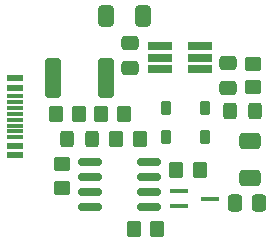
<source format=gbr>
%TF.GenerationSoftware,KiCad,Pcbnew,7.0.10*%
%TF.CreationDate,2024-02-14T20:27:44-05:00*%
%TF.ProjectId,USB-C-3-way-splitter,5553422d-432d-4332-9d77-61792d73706c,rev?*%
%TF.SameCoordinates,Original*%
%TF.FileFunction,Paste,Top*%
%TF.FilePolarity,Positive*%
%FSLAX46Y46*%
G04 Gerber Fmt 4.6, Leading zero omitted, Abs format (unit mm)*
G04 Created by KiCad (PCBNEW 7.0.10) date 2024-02-14 20:27:44*
%MOMM*%
%LPD*%
G01*
G04 APERTURE LIST*
G04 Aperture macros list*
%AMRoundRect*
0 Rectangle with rounded corners*
0 $1 Rounding radius*
0 $2 $3 $4 $5 $6 $7 $8 $9 X,Y pos of 4 corners*
0 Add a 4 corners polygon primitive as box body*
4,1,4,$2,$3,$4,$5,$6,$7,$8,$9,$2,$3,0*
0 Add four circle primitives for the rounded corners*
1,1,$1+$1,$2,$3*
1,1,$1+$1,$4,$5*
1,1,$1+$1,$6,$7*
1,1,$1+$1,$8,$9*
0 Add four rect primitives between the rounded corners*
20,1,$1+$1,$2,$3,$4,$5,0*
20,1,$1+$1,$4,$5,$6,$7,0*
20,1,$1+$1,$6,$7,$8,$9,0*
20,1,$1+$1,$8,$9,$2,$3,0*%
G04 Aperture macros list end*
%ADD10RoundRect,0.250000X-0.337500X-0.475000X0.337500X-0.475000X0.337500X0.475000X-0.337500X0.475000X0*%
%ADD11RoundRect,0.250000X-0.450000X0.350000X-0.450000X-0.350000X0.450000X-0.350000X0.450000X0.350000X0*%
%ADD12RoundRect,0.225000X0.225000X0.375000X-0.225000X0.375000X-0.225000X-0.375000X0.225000X-0.375000X0*%
%ADD13RoundRect,0.250000X-0.475000X0.337500X-0.475000X-0.337500X0.475000X-0.337500X0.475000X0.337500X0*%
%ADD14RoundRect,0.250000X-0.325000X-0.450000X0.325000X-0.450000X0.325000X0.450000X-0.325000X0.450000X0*%
%ADD15RoundRect,0.250000X-0.350000X-0.450000X0.350000X-0.450000X0.350000X0.450000X-0.350000X0.450000X0*%
%ADD16RoundRect,0.150000X-0.825000X-0.150000X0.825000X-0.150000X0.825000X0.150000X-0.825000X0.150000X0*%
%ADD17RoundRect,0.250000X0.650000X-0.412500X0.650000X0.412500X-0.650000X0.412500X-0.650000X-0.412500X0*%
%ADD18R,2.000000X0.650000*%
%ADD19RoundRect,0.250000X-0.412500X-0.650000X0.412500X-0.650000X0.412500X0.650000X-0.412500X0.650000X0*%
%ADD20RoundRect,0.250000X0.350000X0.450000X-0.350000X0.450000X-0.350000X-0.450000X0.350000X-0.450000X0*%
%ADD21RoundRect,0.250000X0.475000X-0.337500X0.475000X0.337500X-0.475000X0.337500X-0.475000X-0.337500X0*%
%ADD22R,1.450000X0.600000*%
%ADD23R,1.450000X0.300000*%
%ADD24RoundRect,0.250000X-0.400000X-1.450000X0.400000X-1.450000X0.400000X1.450000X-0.400000X1.450000X0*%
%ADD25RoundRect,0.250000X0.450000X-0.350000X0.450000X0.350000X-0.450000X0.350000X-0.450000X-0.350000X0*%
%ADD26R,1.500000X0.450000*%
G04 APERTURE END LIST*
D10*
%TO.C,C5*%
X23562500Y-7300000D03*
X25637500Y-7300000D03*
%TD*%
D11*
%TO.C,R5*%
X25100000Y4500000D03*
X25100000Y2500000D03*
%TD*%
D12*
%TO.C,D4*%
X21000000Y700000D03*
X17700000Y700000D03*
%TD*%
D13*
%TO.C,C2*%
X23000000Y4537500D03*
X23000000Y2462500D03*
%TD*%
D14*
%TO.C,D2*%
X9375000Y-1900000D03*
X11425000Y-1900000D03*
%TD*%
D15*
%TO.C,R4*%
X8400000Y200000D03*
X10400000Y200000D03*
%TD*%
D16*
%TO.C,U1*%
X11325000Y-3800000D03*
X11325000Y-5070000D03*
X11325000Y-6340000D03*
X11325000Y-7610000D03*
X16275000Y-7610000D03*
X16275000Y-6340000D03*
X16275000Y-5070000D03*
X16275000Y-3800000D03*
%TD*%
D14*
%TO.C,D3*%
X23175000Y500000D03*
X25225000Y500000D03*
%TD*%
D17*
%TO.C,C4*%
X24800000Y-5162500D03*
X24800000Y-2037500D03*
%TD*%
D18*
%TO.C,U2*%
X20610000Y4050000D03*
X20610000Y5000000D03*
X20610000Y5950000D03*
X17190000Y5950000D03*
X17190000Y5000000D03*
X17190000Y4050000D03*
%TD*%
D15*
%TO.C,R2*%
X15000000Y-9500000D03*
X17000000Y-9500000D03*
%TD*%
D12*
%TO.C,D5*%
X21000000Y-1700000D03*
X17700000Y-1700000D03*
%TD*%
D19*
%TO.C,C3*%
X12637500Y8500000D03*
X15762500Y8500000D03*
%TD*%
D20*
%TO.C,R3*%
X20600000Y-4500000D03*
X18600000Y-4500000D03*
%TD*%
D15*
%TO.C,R7*%
X13500000Y-1900000D03*
X15500000Y-1900000D03*
%TD*%
D21*
%TO.C,C1*%
X14700000Y4162500D03*
X14700000Y6237500D03*
%TD*%
D22*
%TO.C,J1*%
X4945000Y3250000D03*
X4945000Y2450000D03*
D23*
X4945000Y1250000D03*
X4945000Y250000D03*
X4945000Y-250000D03*
X4945000Y-1250000D03*
D22*
X4945000Y-2450000D03*
X4945000Y-3250000D03*
X4945000Y-3250000D03*
X4945000Y-2450000D03*
D23*
X4945000Y-1750000D03*
X4945000Y-750000D03*
X4945000Y750000D03*
X4945000Y1750000D03*
D22*
X4945000Y2450000D03*
X4945000Y3250000D03*
%TD*%
D15*
%TO.C,R6*%
X12200000Y200000D03*
X14200000Y200000D03*
%TD*%
D24*
%TO.C,F1*%
X8175000Y3300000D03*
X12625000Y3300000D03*
%TD*%
D25*
%TO.C,R1*%
X8900000Y-6000000D03*
X8900000Y-4000000D03*
%TD*%
D26*
%TO.C,D1*%
X18800000Y-6300000D03*
X18800000Y-7600000D03*
X21460000Y-6950000D03*
%TD*%
M02*

</source>
